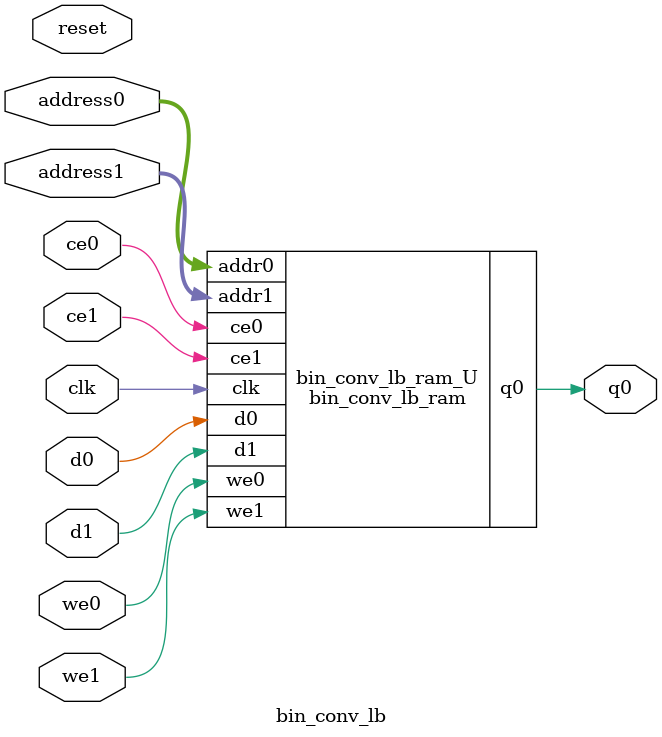
<source format=v>
`timescale 1 ns / 1 ps
module bin_conv_lb_ram (addr0, ce0, d0, we0, q0, addr1, ce1, d1, we1,  clk);

parameter DWIDTH = 1;
parameter AWIDTH = 3;
parameter MEM_SIZE = 8;

input[AWIDTH-1:0] addr0;
input ce0;
input[DWIDTH-1:0] d0;
input we0;
output reg[DWIDTH-1:0] q0;
input[AWIDTH-1:0] addr1;
input ce1;
input[DWIDTH-1:0] d1;
input we1;
input clk;

(* ram_style = "block" *)reg [DWIDTH-1:0] ram[0:MEM_SIZE-1];




always @(posedge clk)  
begin 
    if (ce0) 
    begin
        if (we0) 
        begin 
            ram[addr0] <= d0; 
        end 
        q0 <= ram[addr0];
    end
end


always @(posedge clk)  
begin 
    if (ce1) 
    begin
        if (we1) 
        begin 
            ram[addr1] <= d1; 
        end 
    end
end


endmodule

`timescale 1 ns / 1 ps
module bin_conv_lb(
    reset,
    clk,
    address0,
    ce0,
    we0,
    d0,
    q0,
    address1,
    ce1,
    we1,
    d1);

parameter DataWidth = 32'd1;
parameter AddressRange = 32'd8;
parameter AddressWidth = 32'd3;
input reset;
input clk;
input[AddressWidth - 1:0] address0;
input ce0;
input we0;
input[DataWidth - 1:0] d0;
output[DataWidth - 1:0] q0;
input[AddressWidth - 1:0] address1;
input ce1;
input we1;
input[DataWidth - 1:0] d1;



bin_conv_lb_ram bin_conv_lb_ram_U(
    .clk( clk ),
    .addr0( address0 ),
    .ce0( ce0 ),
    .we0( we0 ),
    .d0( d0 ),
    .q0( q0 ),
    .addr1( address1 ),
    .ce1( ce1 ),
    .we1( we1 ),
    .d1( d1 ));

endmodule


</source>
